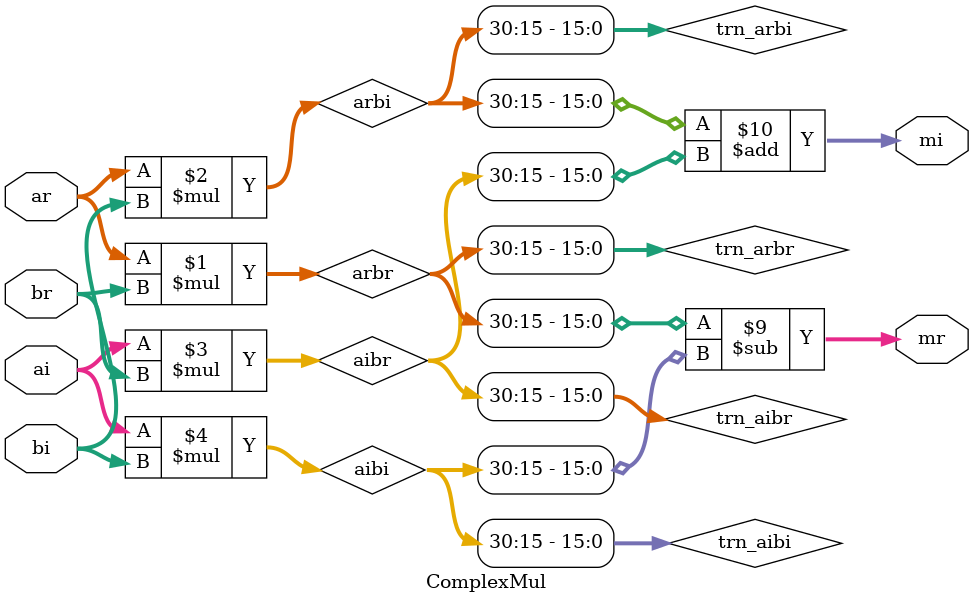
<source format=v>
module ComplexMul #(
    parameter   WIDTH = 16
)(
    input   signed  [WIDTH-1:0] ar,
    input   signed  [WIDTH-1:0] ai,
    input   signed  [WIDTH-1:0] br,
    input   signed  [WIDTH-1:0] bi,
    output  signed  [WIDTH-1:0] mr,
    output  signed  [WIDTH-1:0] mi
);

//  Internal Nets
wire signed [WIDTH*2-1:0]   arbr, arbi, aibr, aibi;
wire signed [WIDTH-1:0]     trn_arbr, trn_arbi, trn_aibr, trn_aibi;

//  Complex Multiplier
assign  arbr = ar * br;
assign  arbi = ar * bi;
assign  aibr = ai * br;
assign  aibi = ai * bi;

assign  trn_arbr = arbr >>> (WIDTH-1);
assign  trn_arbi = arbi >>> (WIDTH-1);
assign  trn_aibr = aibr >>> (WIDTH-1);
assign  trn_aibi = aibi >>> (WIDTH-1);

assign  mr = trn_arbr - trn_aibi;
assign  mi = trn_arbi + trn_aibr;

endmodule

</source>
